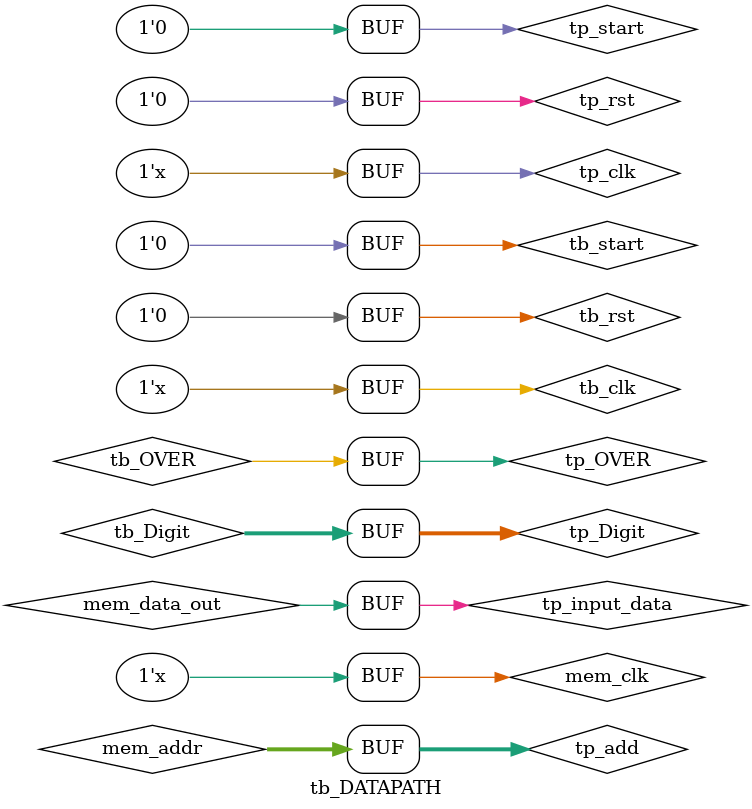
<source format=v>
`timescale 1ns / 1ps


module tb_DATAPATH;


wire[9:0] tb_Digit;
wire tb_OVER;
reg tb_clk,
    tb_rst,
    tb_start;
    
    
// memory wire declaration 
wire mem_data_out;
wire mem_clk;
wire[7:0] mem_addr;

// top module datapath wire declaration 
wire[9:0] tp_Digit;
wire tp_OVER;
wire[7:0] tp_add;
wire tp_clk,
     tp_rst,
     tp_start,
     tp_input_data;
// memory instantiation  
INPUT_DATA memory(.data_out(mem_data_out),
                  .clk(mem_clk),
                  .mem_addr(mem_addr)); 
assign mem_clk=tb_clk;
assign mem_addr=tp_add;

// top module datapath instantiatio 
DATAPATH  top_module(.Digit(tp_Digit),
                .OVER(tp_OVER),
                .add(tp_add),
                .clk(tp_clk),
                .rst(tp_rst),
                .start(tp_start),
                .input_data(tp_input_data)); 
assign tp_clk=tb_clk; 
assign tp_rst=tb_rst;
assign tp_start=tb_start;
assign tp_input_data=mem_data_out;

initial tb_clk=1'b0;
always #50 tb_clk=~tb_clk;
// output declaration 
assign tb_Digit=tp_Digit;
assign tb_OVER=tp_OVER;



initial 
begin
$monitor($time,"tb_Digti=%b",tb_Digit);
tb_rst=1'b1; tb_start=1'b0;
#500 tb_rst=1'b0; tb_start=1'b1;
#500 tb_rst=1'b0; tb_start=1'b0;


end                                  
endmodule

</source>
